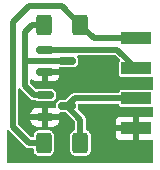
<source format=gbr>
%TF.GenerationSoftware,KiCad,Pcbnew,7.0.5*%
%TF.CreationDate,2023-08-03T20:15:09-04:00*%
%TF.ProjectId,Servo_Signal_V_shifter,53657276-6f5f-4536-9967-6e616c5f565f,rev?*%
%TF.SameCoordinates,Original*%
%TF.FileFunction,Copper,L1,Top*%
%TF.FilePolarity,Positive*%
%FSLAX46Y46*%
G04 Gerber Fmt 4.6, Leading zero omitted, Abs format (unit mm)*
G04 Created by KiCad (PCBNEW 7.0.5) date 2023-08-03 20:15:09*
%MOMM*%
%LPD*%
G01*
G04 APERTURE LIST*
G04 Aperture macros list*
%AMRoundRect*
0 Rectangle with rounded corners*
0 $1 Rounding radius*
0 $2 $3 $4 $5 $6 $7 $8 $9 X,Y pos of 4 corners*
0 Add a 4 corners polygon primitive as box body*
4,1,4,$2,$3,$4,$5,$6,$7,$8,$9,$2,$3,0*
0 Add four circle primitives for the rounded corners*
1,1,$1+$1,$2,$3*
1,1,$1+$1,$4,$5*
1,1,$1+$1,$6,$7*
1,1,$1+$1,$8,$9*
0 Add four rect primitives between the rounded corners*
20,1,$1+$1,$2,$3,$4,$5,0*
20,1,$1+$1,$4,$5,$6,$7,0*
20,1,$1+$1,$6,$7,$8,$9,0*
20,1,$1+$1,$8,$9,$2,$3,0*%
G04 Aperture macros list end*
%TA.AperFunction,SMDPad,CuDef*%
%ADD10RoundRect,0.250000X-0.400000X-0.625000X0.400000X-0.625000X0.400000X0.625000X-0.400000X0.625000X0*%
%TD*%
%TA.AperFunction,SMDPad,CuDef*%
%ADD11RoundRect,0.250000X0.400000X0.625000X-0.400000X0.625000X-0.400000X-0.625000X0.400000X-0.625000X0*%
%TD*%
%TA.AperFunction,SMDPad,CuDef*%
%ADD12RoundRect,0.150000X-0.587500X-0.150000X0.587500X-0.150000X0.587500X0.150000X-0.587500X0.150000X0*%
%TD*%
%TA.AperFunction,SMDPad,CuDef*%
%ADD13R,2.500000X1.000000*%
%TD*%
%TA.AperFunction,Conductor*%
%ADD14C,0.508000*%
%TD*%
G04 APERTURE END LIST*
D10*
%TO.P,R2,1*%
%TO.N,+5V*%
X151600000Y-81188621D03*
%TO.P,R2,2*%
%TO.N,/SOUT*%
X154700000Y-81188621D03*
%TD*%
D11*
%TO.P,R1,1*%
%TO.N,+5V*%
X154700000Y-71218621D03*
%TO.P,R1,2*%
%TO.N,Net-(Q1-G)*%
X151600000Y-71218621D03*
%TD*%
D12*
%TO.P,Q2,1,G*%
%TO.N,/SIN*%
X151685000Y-73298621D03*
%TO.P,Q2,2,S*%
%TO.N,GND*%
X151685000Y-75198621D03*
%TO.P,Q2,3,D*%
%TO.N,Net-(Q1-G)*%
X153560000Y-74248621D03*
%TD*%
%TO.P,Q1,1,G*%
%TO.N,Net-(Q1-G)*%
X151685000Y-77128621D03*
%TO.P,Q1,2,S*%
%TO.N,GND*%
X151685000Y-79028621D03*
%TO.P,Q1,3,D*%
%TO.N,/SOUT*%
X153560000Y-78078621D03*
%TD*%
D13*
%TO.P,J1,1,Pin_1*%
%TO.N,+5V*%
X159420000Y-72353621D03*
%TO.P,J1,2,Pin_2*%
%TO.N,/SIN*%
X159420000Y-74893621D03*
%TO.P,J1,3,Pin_3*%
%TO.N,/SOUT*%
X159420000Y-77433621D03*
%TO.P,J1,4,Pin_4*%
%TO.N,GND*%
X159420000Y-79973621D03*
%TD*%
D14*
%TO.N,Net-(Q1-G)*%
X153560000Y-74248621D02*
X150010000Y-74248621D01*
X150010000Y-74248621D02*
X150010000Y-76348621D01*
X150010000Y-71798621D02*
X150010000Y-74248621D01*
X150790000Y-77128621D02*
X151685000Y-77128621D01*
X150010000Y-76348621D02*
X150790000Y-77128621D01*
X150590000Y-71218621D02*
X150010000Y-71798621D01*
X151600000Y-71218621D02*
X150590000Y-71218621D01*
%TO.N,/SOUT*%
X154700000Y-79218621D02*
X153560000Y-78078621D01*
X154700000Y-81188621D02*
X154700000Y-79218621D01*
%TO.N,+5V*%
X150350000Y-81188621D02*
X151600000Y-81188621D01*
X148985000Y-79823621D02*
X150350000Y-81188621D01*
X150335000Y-69648621D02*
X148985000Y-70998621D01*
X148985000Y-70998621D02*
X148985000Y-79823621D01*
X153130000Y-69648621D02*
X150335000Y-69648621D01*
X154700000Y-71218621D02*
X153130000Y-69648621D01*
%TO.N,/SIN*%
X157825000Y-73298621D02*
X159420000Y-74893621D01*
X151685000Y-73298621D02*
X157825000Y-73298621D01*
%TO.N,/SOUT*%
X153560000Y-78078621D02*
X154205000Y-77433621D01*
X154205000Y-77433621D02*
X159420000Y-77433621D01*
%TO.N,+5V*%
X155835000Y-72353621D02*
X159420000Y-72353621D01*
X154700000Y-71218621D02*
X155835000Y-72353621D01*
%TD*%
%TA.AperFunction,Conductor*%
%TO.N,GND*%
G36*
X157655505Y-73776886D02*
G01*
X157661159Y-73782066D01*
X158013272Y-74134179D01*
X158038683Y-74188673D01*
X158024204Y-74245167D01*
X157978120Y-74314138D01*
X157978118Y-74314142D01*
X157966300Y-74373558D01*
X157966300Y-75413683D01*
X157978118Y-75473099D01*
X157978119Y-75473101D01*
X158023140Y-75540481D01*
X158090520Y-75585502D01*
X158149936Y-75597321D01*
X158149938Y-75597321D01*
X160690061Y-75597321D01*
X160690064Y-75597321D01*
X160749480Y-75585502D01*
X160749482Y-75585500D01*
X160749650Y-75585467D01*
X160809078Y-75594613D01*
X160848723Y-75639818D01*
X160854700Y-75671678D01*
X160854700Y-76655563D01*
X160834135Y-76712064D01*
X160782064Y-76742128D01*
X160749652Y-76741774D01*
X160718758Y-76735628D01*
X160690064Y-76729921D01*
X158149936Y-76729921D01*
X158130221Y-76733842D01*
X158090521Y-76741739D01*
X158090519Y-76741740D01*
X158023140Y-76786760D01*
X158023139Y-76786761D01*
X157978119Y-76854140D01*
X157978118Y-76854143D01*
X157967969Y-76905169D01*
X157936777Y-76956573D01*
X157881758Y-76975921D01*
X154233177Y-76975921D01*
X154228252Y-76975644D01*
X154187694Y-76971073D01*
X154129110Y-76982158D01*
X154127504Y-76982430D01*
X154068567Y-76991315D01*
X154068565Y-76991315D01*
X154068563Y-76991316D01*
X154062274Y-76993256D01*
X154062201Y-76993021D01*
X154058255Y-76994319D01*
X154058337Y-76994552D01*
X154052122Y-76996726D01*
X153999439Y-77024570D01*
X153997972Y-77025310D01*
X153944254Y-77051180D01*
X153938816Y-77054888D01*
X153938678Y-77054686D01*
X153935291Y-77057089D01*
X153935437Y-77057287D01*
X153930136Y-77061199D01*
X153888011Y-77103323D01*
X153886829Y-77104462D01*
X153843114Y-77145025D01*
X153839004Y-77150179D01*
X153838811Y-77150025D01*
X153830567Y-77160767D01*
X153442158Y-77549176D01*
X153387664Y-77574587D01*
X153380003Y-77574921D01*
X152938936Y-77574921D01*
X152938932Y-77574922D01*
X152870182Y-77584937D01*
X152764133Y-77636780D01*
X152680659Y-77720254D01*
X152628818Y-77826299D01*
X152628817Y-77826302D01*
X152618800Y-77895052D01*
X152618800Y-77895053D01*
X152618800Y-77895056D01*
X152618800Y-78185282D01*
X152598235Y-78241783D01*
X152546164Y-78271847D01*
X152506377Y-78269692D01*
X152374988Y-78231520D01*
X152338146Y-78228621D01*
X151935001Y-78228621D01*
X151935000Y-78228622D01*
X151935000Y-78778619D01*
X151935001Y-78778621D01*
X152919795Y-78778621D01*
X152919796Y-78778620D01*
X152919600Y-78776135D01*
X152919599Y-78776127D01*
X152895955Y-78694743D01*
X152899940Y-78634748D01*
X152941557Y-78591351D01*
X152980361Y-78582320D01*
X153380003Y-78582320D01*
X153436504Y-78602885D01*
X153442158Y-78608065D01*
X154216555Y-79382461D01*
X154241966Y-79436955D01*
X154242300Y-79444616D01*
X154242300Y-80040768D01*
X154221735Y-80097269D01*
X154183432Y-80123735D01*
X154085605Y-80157966D01*
X153975564Y-80239181D01*
X153975560Y-80239185D01*
X153894345Y-80349226D01*
X153894344Y-80349227D01*
X153849174Y-80478316D01*
X153849173Y-80478321D01*
X153846300Y-80508964D01*
X153846300Y-81868270D01*
X153846301Y-81868279D01*
X153849173Y-81898922D01*
X153894344Y-82028014D01*
X153894345Y-82028015D01*
X153894346Y-82028016D01*
X153975562Y-82138059D01*
X154085604Y-82219275D01*
X154085605Y-82219275D01*
X154085606Y-82219276D01*
X154214695Y-82264446D01*
X154214697Y-82264446D01*
X154214699Y-82264447D01*
X154245347Y-82267321D01*
X155154652Y-82267320D01*
X155185301Y-82264447D01*
X155185300Y-82264446D01*
X155314393Y-82219276D01*
X155314393Y-82219275D01*
X155314395Y-82219275D01*
X155424438Y-82138059D01*
X155505654Y-82028016D01*
X155550826Y-81898922D01*
X155553700Y-81868274D01*
X155553699Y-80508969D01*
X155550826Y-80478320D01*
X155550825Y-80478316D01*
X155505655Y-80349227D01*
X155505654Y-80349226D01*
X155424439Y-80239185D01*
X155424438Y-80239183D01*
X155403352Y-80223621D01*
X157670000Y-80223621D01*
X157670000Y-80521457D01*
X157676400Y-80580995D01*
X157726647Y-80715711D01*
X157812808Y-80830807D01*
X157812813Y-80830812D01*
X157927909Y-80916973D01*
X158062625Y-80967220D01*
X158122163Y-80973620D01*
X158122173Y-80973621D01*
X159169999Y-80973621D01*
X159170000Y-80973620D01*
X159170000Y-80223622D01*
X159169999Y-80223621D01*
X157670000Y-80223621D01*
X155403352Y-80223621D01*
X155357623Y-80189871D01*
X155314394Y-80157966D01*
X155314395Y-80157966D01*
X155216568Y-80123735D01*
X155170030Y-80085663D01*
X155157700Y-80040768D01*
X155157700Y-79723620D01*
X157670000Y-79723620D01*
X157670001Y-79723621D01*
X159169999Y-79723621D01*
X159170000Y-79723620D01*
X159170000Y-78973622D01*
X159169999Y-78973621D01*
X158122163Y-78973621D01*
X158062625Y-78980021D01*
X157927909Y-79030268D01*
X157812813Y-79116429D01*
X157812808Y-79116434D01*
X157726647Y-79231530D01*
X157676400Y-79366246D01*
X157670000Y-79425784D01*
X157670000Y-79723620D01*
X155157700Y-79723620D01*
X155157700Y-79246796D01*
X155157977Y-79241871D01*
X155162547Y-79201315D01*
X155162547Y-79201314D01*
X155151456Y-79142704D01*
X155151197Y-79141178D01*
X155142306Y-79082188D01*
X155142304Y-79082185D01*
X155140364Y-79075892D01*
X155140601Y-79075818D01*
X155139304Y-79071877D01*
X155139069Y-79071960D01*
X155136896Y-79065751D01*
X155136895Y-79065745D01*
X155109038Y-79013037D01*
X155108307Y-79011587D01*
X155082439Y-78957873D01*
X155078730Y-78952433D01*
X155078935Y-78952293D01*
X155076533Y-78948908D01*
X155076333Y-78949056D01*
X155072424Y-78943758D01*
X155030258Y-78901592D01*
X155029132Y-78900424D01*
X154988595Y-78856735D01*
X154988591Y-78856732D01*
X154983447Y-78852630D01*
X154983601Y-78852436D01*
X154972853Y-78844188D01*
X154518352Y-78389687D01*
X154492941Y-78335193D01*
X154493526Y-78314858D01*
X154501199Y-78262196D01*
X154501200Y-78262190D01*
X154501199Y-77979220D01*
X154521763Y-77922720D01*
X154573835Y-77892656D01*
X154589099Y-77891321D01*
X157881758Y-77891321D01*
X157938259Y-77911886D01*
X157967968Y-77962071D01*
X157978119Y-78013101D01*
X158023140Y-78080481D01*
X158090520Y-78125502D01*
X158149936Y-78137321D01*
X158149938Y-78137321D01*
X160690061Y-78137321D01*
X160690064Y-78137321D01*
X160749480Y-78125502D01*
X160749482Y-78125500D01*
X160749650Y-78125467D01*
X160809078Y-78134613D01*
X160848723Y-78179818D01*
X160854700Y-78211678D01*
X160854700Y-78890479D01*
X160834135Y-78946980D01*
X160782064Y-78977044D01*
X160757405Y-78977875D01*
X160717836Y-78973621D01*
X159670000Y-78973621D01*
X159670000Y-80973620D01*
X159670001Y-80973621D01*
X160717827Y-80973621D01*
X160717831Y-80973620D01*
X160757403Y-80969366D01*
X160815779Y-80983772D01*
X160851237Y-81032332D01*
X160854700Y-81056762D01*
X160854700Y-82805421D01*
X160834135Y-82861922D01*
X160782064Y-82891986D01*
X160766800Y-82893321D01*
X148553200Y-82893321D01*
X148496699Y-82872756D01*
X148466635Y-82820685D01*
X148465300Y-82805421D01*
X148465300Y-80163416D01*
X148485865Y-80106915D01*
X148537936Y-80076851D01*
X148597150Y-80087292D01*
X148615355Y-80101262D01*
X148654741Y-80140648D01*
X148655867Y-80141817D01*
X148670850Y-80157965D01*
X148696407Y-80185509D01*
X148701557Y-80189616D01*
X148701401Y-80189810D01*
X148712146Y-80198053D01*
X150006435Y-81492342D01*
X150009721Y-81496020D01*
X150035168Y-81527929D01*
X150084420Y-81561509D01*
X150085745Y-81562449D01*
X150133714Y-81597852D01*
X150133715Y-81597852D01*
X150139538Y-81600930D01*
X150139422Y-81601148D01*
X150143127Y-81603019D01*
X150143236Y-81602795D01*
X150149163Y-81605648D01*
X150149168Y-81605652D01*
X150206136Y-81623223D01*
X150207629Y-81623715D01*
X150263948Y-81643422D01*
X150263950Y-81643422D01*
X150270426Y-81644648D01*
X150270379Y-81644893D01*
X150274458Y-81645586D01*
X150274496Y-81645339D01*
X150281011Y-81646321D01*
X150281013Y-81646321D01*
X150340590Y-81646321D01*
X150342233Y-81646352D01*
X150366554Y-81647261D01*
X150401825Y-81648581D01*
X150401829Y-81648579D01*
X150408369Y-81647844D01*
X150408396Y-81648089D01*
X150421831Y-81646321D01*
X150658401Y-81646321D01*
X150714902Y-81666886D01*
X150744966Y-81718957D01*
X150746301Y-81734221D01*
X150746301Y-81868279D01*
X150749173Y-81898922D01*
X150794344Y-82028014D01*
X150794345Y-82028015D01*
X150794346Y-82028016D01*
X150875562Y-82138059D01*
X150985605Y-82219275D01*
X150985606Y-82219276D01*
X151114695Y-82264446D01*
X151114697Y-82264446D01*
X151114699Y-82264447D01*
X151145347Y-82267321D01*
X152054652Y-82267320D01*
X152085301Y-82264447D01*
X152085300Y-82264446D01*
X152214393Y-82219276D01*
X152214393Y-82219275D01*
X152214395Y-82219275D01*
X152324438Y-82138059D01*
X152405654Y-82028016D01*
X152450826Y-81898922D01*
X152453700Y-81868274D01*
X152453699Y-80508969D01*
X152450826Y-80478320D01*
X152450825Y-80478316D01*
X152405655Y-80349227D01*
X152405654Y-80349226D01*
X152324439Y-80239185D01*
X152324438Y-80239183D01*
X152257623Y-80189871D01*
X152214394Y-80157966D01*
X152214393Y-80157965D01*
X152085304Y-80112795D01*
X152085299Y-80112794D01*
X152054655Y-80109921D01*
X151145350Y-80109921D01*
X151145341Y-80109922D01*
X151114698Y-80112794D01*
X150985606Y-80157965D01*
X150985605Y-80157966D01*
X150875564Y-80239181D01*
X150875560Y-80239185D01*
X150794345Y-80349226D01*
X150794344Y-80349227D01*
X150749174Y-80478316D01*
X150749173Y-80478321D01*
X150746300Y-80508964D01*
X150746300Y-80643021D01*
X150725735Y-80699522D01*
X150673664Y-80729586D01*
X150658400Y-80730921D01*
X150575995Y-80730921D01*
X150519494Y-80710356D01*
X150513840Y-80705176D01*
X149468445Y-79659781D01*
X149443034Y-79605287D01*
X149442700Y-79597626D01*
X149442700Y-79278621D01*
X150450204Y-79278621D01*
X150450399Y-79281106D01*
X150450400Y-79281114D01*
X150496217Y-79438818D01*
X150496218Y-79438819D01*
X150579815Y-79580174D01*
X150695946Y-79696305D01*
X150837301Y-79779902D01*
X150837302Y-79779903D01*
X150995011Y-79825721D01*
X151031853Y-79828620D01*
X151031869Y-79828621D01*
X151434999Y-79828621D01*
X151435000Y-79828619D01*
X151935000Y-79828619D01*
X151935001Y-79828621D01*
X152338131Y-79828621D01*
X152338146Y-79828620D01*
X152374988Y-79825721D01*
X152532697Y-79779903D01*
X152532698Y-79779902D01*
X152674053Y-79696305D01*
X152790184Y-79580174D01*
X152873781Y-79438819D01*
X152873782Y-79438818D01*
X152919599Y-79281114D01*
X152919600Y-79281106D01*
X152919796Y-79278621D01*
X151935001Y-79278621D01*
X151935000Y-79278622D01*
X151935000Y-79828619D01*
X151435000Y-79828619D01*
X151435000Y-79278622D01*
X151434999Y-79278621D01*
X150450204Y-79278621D01*
X149442700Y-79278621D01*
X149442700Y-78778620D01*
X150450203Y-78778620D01*
X150450205Y-78778621D01*
X151434999Y-78778621D01*
X151435000Y-78778619D01*
X151435000Y-78228622D01*
X151434999Y-78228621D01*
X151031853Y-78228621D01*
X150995011Y-78231520D01*
X150837302Y-78277338D01*
X150837301Y-78277339D01*
X150695946Y-78360936D01*
X150579815Y-78477067D01*
X150496218Y-78618422D01*
X150496217Y-78618423D01*
X150450400Y-78776127D01*
X150450399Y-78776135D01*
X150450203Y-78778620D01*
X149442700Y-78778620D01*
X149442700Y-76610617D01*
X149463265Y-76554116D01*
X149515336Y-76524052D01*
X149574550Y-76534493D01*
X149609795Y-76572478D01*
X149627560Y-76609368D01*
X149631270Y-76614809D01*
X149631067Y-76614947D01*
X149633467Y-76618329D01*
X149633665Y-76618184D01*
X149637576Y-76623483D01*
X149679740Y-76665648D01*
X149680867Y-76666817D01*
X149721405Y-76710507D01*
X149721407Y-76710509D01*
X149726557Y-76714616D01*
X149726401Y-76714810D01*
X149737146Y-76723053D01*
X150446435Y-77432342D01*
X150449721Y-77436020D01*
X150475168Y-77467929D01*
X150524420Y-77501509D01*
X150525745Y-77502449D01*
X150573715Y-77537852D01*
X150579538Y-77540930D01*
X150579422Y-77541148D01*
X150583127Y-77543019D01*
X150583236Y-77542795D01*
X150589163Y-77545648D01*
X150589168Y-77545652D01*
X150646136Y-77563223D01*
X150647629Y-77563715D01*
X150703948Y-77583422D01*
X150703950Y-77583422D01*
X150710426Y-77584648D01*
X150710379Y-77584893D01*
X150714458Y-77585586D01*
X150714496Y-77585339D01*
X150721011Y-77586321D01*
X150721013Y-77586321D01*
X150780590Y-77586321D01*
X150782233Y-77586352D01*
X150806554Y-77587261D01*
X150841825Y-77588581D01*
X150841829Y-77588579D01*
X150848369Y-77587844D01*
X150848396Y-77588089D01*
X150861831Y-77586321D01*
X150901240Y-77586321D01*
X150939844Y-77595251D01*
X150995181Y-77622304D01*
X151063931Y-77632321D01*
X152306068Y-77632320D01*
X152374819Y-77622304D01*
X152480869Y-77570460D01*
X152564339Y-77486990D01*
X152616183Y-77380940D01*
X152626200Y-77312190D01*
X152626199Y-76945053D01*
X152616183Y-76876302D01*
X152564339Y-76770252D01*
X152480869Y-76686782D01*
X152480867Y-76686781D01*
X152480866Y-76686780D01*
X152374821Y-76634939D01*
X152374819Y-76634938D01*
X152306069Y-76624921D01*
X152306064Y-76624921D01*
X151063936Y-76624921D01*
X151063929Y-76624922D01*
X150993800Y-76635138D01*
X150934925Y-76622932D01*
X150918975Y-76610311D01*
X150493445Y-76184780D01*
X150468034Y-76130286D01*
X150467700Y-76122625D01*
X150467700Y-75850269D01*
X150488265Y-75793768D01*
X150540336Y-75763704D01*
X150599550Y-75774145D01*
X150617755Y-75788114D01*
X150695946Y-75866305D01*
X150837301Y-75949902D01*
X150837302Y-75949903D01*
X150995011Y-75995721D01*
X151031853Y-75998620D01*
X151031869Y-75998621D01*
X151434999Y-75998621D01*
X151435000Y-75998620D01*
X151435000Y-75998619D01*
X151935000Y-75998619D01*
X151935001Y-75998621D01*
X152338131Y-75998621D01*
X152338146Y-75998620D01*
X152374988Y-75995721D01*
X152532697Y-75949903D01*
X152532698Y-75949902D01*
X152674053Y-75866305D01*
X152790184Y-75750174D01*
X152873781Y-75608819D01*
X152873782Y-75608818D01*
X152919599Y-75451114D01*
X152919600Y-75451106D01*
X152919796Y-75448621D01*
X151935001Y-75448621D01*
X151935000Y-75448622D01*
X151935000Y-75998619D01*
X151435000Y-75998619D01*
X151435000Y-75036521D01*
X151455565Y-74980020D01*
X151507636Y-74949956D01*
X151522900Y-74948621D01*
X152919795Y-74948621D01*
X152919796Y-74948620D01*
X152919600Y-74946135D01*
X152919599Y-74946127D01*
X152895955Y-74864743D01*
X152899940Y-74804748D01*
X152941557Y-74761351D01*
X152980360Y-74752320D01*
X154181068Y-74752320D01*
X154249819Y-74742304D01*
X154355869Y-74690460D01*
X154439339Y-74606990D01*
X154491183Y-74500940D01*
X154501200Y-74432190D01*
X154501199Y-74065053D01*
X154491183Y-73996302D01*
X154439339Y-73890252D01*
X154436140Y-73883708D01*
X154439296Y-73882164D01*
X154426845Y-73837382D01*
X154451744Y-73782652D01*
X154505997Y-73756731D01*
X154514479Y-73756321D01*
X157599004Y-73756321D01*
X157655505Y-73776886D01*
G37*
%TD.AperFunction*%
%TD*%
M02*

</source>
